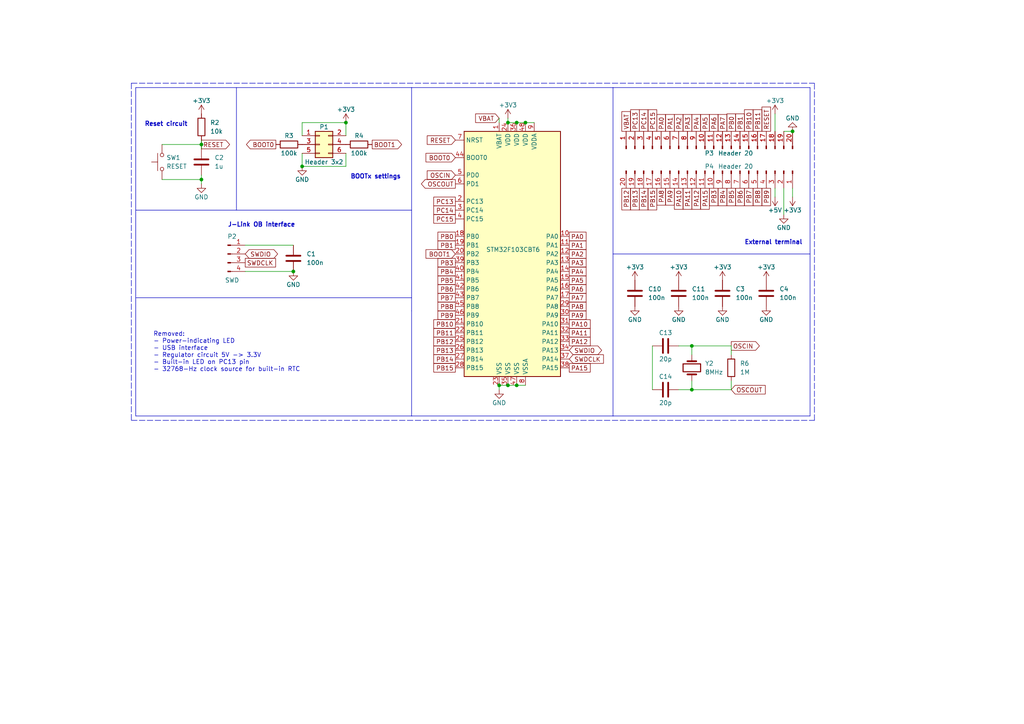
<source format=kicad_sch>
(kicad_sch (version 20211123) (generator eeschema)
  (paper "A4")
  (lib_symbols
    (symbol "Connector:Conn_01x04_Male" (pin_names (offset 1.016) hide)
      (property "Reference" "J" (at 0 5.08 0))
      (property "Value" "Conn_01x04_Male" (at 0 -7.62 0))
      (symbol "Conn_01x04_Male_1_1"
        (polyline (pts (xy 1.27 -5.08) (xy 0.8636 -5.08)) (stroke (width 0.1524)))
        (polyline (pts (xy 1.27 -2.54) (xy 0.8636 -2.54)) (stroke (width 0.1524)))
        (polyline (pts (xy 1.27 0) (xy 0.8636 0)) (stroke (width 0.1524)))
        (polyline (pts (xy 1.27 2.54) (xy 0.8636 2.54)) (stroke (width 0.1524)))
        (rectangle (start 0.8636 -4.953) (end 0 -5.207) (stroke (width 0.1524)) (fill (type outline)))
        (rectangle (start 0.8636 -2.413) (end 0 -2.667) (stroke (width 0.1524)) (fill (type outline)))
        (rectangle (start 0.8636 0.127) (end 0 -0.127) (stroke (width 0.1524)) (fill (type outline)))
        (rectangle (start 0.8636 2.667) (end 0 2.413) (stroke (width 0.1524)) (fill (type outline)))
        (pin passive line (at 5.08 2.54 180) (length 3.81) (name "Pin_1") (number "1"))
        (pin passive line (at 5.08 0 180) (length 3.81) (name "Pin_2") (number "2"))
        (pin passive line (at 5.08 -2.54 180) (length 3.81) (name "Pin_3") (number "3"))
        (pin passive line (at 5.08 -5.08 180) (length 3.81) (name "Pin_4") (number "4"))
      )
    )
    (symbol "Connector:Conn_01x20_Male" (pin_names (offset 1.016) hide)
      (property "Reference" "J" (at 0 25.4 0))
      (property "Value" "Conn_01x20_Male" (at 0 -27.94 0))
      (symbol "Conn_01x20_Male_1_1"
        (polyline (pts (xy 1.27 -25.4) (xy 0.8636 -25.4)) (stroke (width 0.1524)))
        (polyline (pts (xy 1.27 -22.86) (xy 0.8636 -22.86)) (stroke (width 0.1524)))
        (polyline (pts (xy 1.27 -20.32) (xy 0.8636 -20.32)) (stroke (width 0.1524)))
        (polyline (pts (xy 1.27 -17.78) (xy 0.8636 -17.78)) (stroke (width 0.1524)))
        (polyline (pts (xy 1.27 -15.24) (xy 0.8636 -15.24)) (stroke (width 0.1524)))
        (polyline (pts (xy 1.27 -12.7) (xy 0.8636 -12.7)) (stroke (width 0.1524)))
        (polyline (pts (xy 1.27 -10.16) (xy 0.8636 -10.16)) (stroke (width 0.1524)))
        (polyline (pts (xy 1.27 -7.62) (xy 0.8636 -7.62)) (stroke (width 0.1524)))
        (polyline (pts (xy 1.27 -5.08) (xy 0.8636 -5.08)) (stroke (width 0.1524)))
        (polyline (pts (xy 1.27 -2.54) (xy 0.8636 -2.54)) (stroke (width 0.1524)))
        (polyline (pts (xy 1.27 0) (xy 0.8636 0)) (stroke (width 0.1524)))
        (polyline (pts (xy 1.27 2.54) (xy 0.8636 2.54)) (stroke (width 0.1524)))
        (polyline (pts (xy 1.27 5.08) (xy 0.8636 5.08)) (stroke (width 0.1524)))
        (polyline (pts (xy 1.27 7.62) (xy 0.8636 7.62)) (stroke (width 0.1524)))
        (polyline (pts (xy 1.27 10.16) (xy 0.8636 10.16)) (stroke (width 0.1524)))
        (polyline (pts (xy 1.27 12.7) (xy 0.8636 12.7)) (stroke (width 0.1524)))
        (polyline (pts (xy 1.27 15.24) (xy 0.8636 15.24)) (stroke (width 0.1524)))
        (polyline (pts (xy 1.27 17.78) (xy 0.8636 17.78)) (stroke (width 0.1524)))
        (polyline (pts (xy 1.27 20.32) (xy 0.8636 20.32)) (stroke (width 0.1524)))
        (polyline (pts (xy 1.27 22.86) (xy 0.8636 22.86)) (stroke (width 0.1524)))
        (rectangle (start 0.8636 -25.273) (end 0 -25.527) (stroke (width 0.1524)) (fill (type outline)))
        (rectangle (start 0.8636 -22.733) (end 0 -22.987) (stroke (width 0.1524)) (fill (type outline)))
        (rectangle (start 0.8636 -20.193) (end 0 -20.447) (stroke (width 0.1524)) (fill (type outline)))
        (rectangle (start 0.8636 -17.653) (end 0 -17.907) (stroke (width 0.1524)) (fill (type outline)))
        (rectangle (start 0.8636 -15.113) (end 0 -15.367) (stroke (width 0.1524)) (fill (type outline)))
        (rectangle (start 0.8636 -12.573) (end 0 -12.827) (stroke (width 0.1524)) (fill (type outline)))
        (rectangle (start 0.8636 -10.033) (end 0 -10.287) (stroke (width 0.1524)) (fill (type outline)))
        (rectangle (start 0.8636 -7.493) (end 0 -7.747) (stroke (width 0.1524)) (fill (type outline)))
        (rectangle (start 0.8636 -4.953) (end 0 -5.207) (stroke (width 0.1524)) (fill (type outline)))
        (rectangle (start 0.8636 -2.413) (end 0 -2.667) (stroke (width 0.1524)) (fill (type outline)))
        (rectangle (start 0.8636 0.127) (end 0 -0.127) (stroke (width 0.1524)) (fill (type outline)))
        (rectangle (start 0.8636 2.667) (end 0 2.413) (stroke (width 0.1524)) (fill (type outline)))
        (rectangle (start 0.8636 5.207) (end 0 4.953) (stroke (width 0.1524)) (fill (type outline)))
        (rectangle (start 0.8636 7.747) (end 0 7.493) (stroke (width 0.1524)) (fill (type outline)))
        (rectangle (start 0.8636 10.287) (end 0 10.033) (stroke (width 0.1524)) (fill (type outline)))
        (rectangle (start 0.8636 12.827) (end 0 12.573) (stroke (width 0.1524)) (fill (type outline)))
        (rectangle (start 0.8636 15.367) (end 0 15.113) (stroke (width 0.1524)) (fill (type outline)))
        (rectangle (start 0.8636 17.907) (end 0 17.653) (stroke (width 0.1524)) (fill (type outline)))
        (rectangle (start 0.8636 20.447) (end 0 20.193) (stroke (width 0.1524)) (fill (type outline)))
        (rectangle (start 0.8636 22.987) (end 0 22.733) (stroke (width 0.1524)) (fill (type outline)))
        (pin passive line (at 5.08 22.86 180) (length 3.81) (name "Pin_1") (number "1"))
        (pin passive line (at 5.08 0 180) (length 3.81) (name "Pin_10") (number "10"))
        (pin passive line (at 5.08 -2.54 180) (length 3.81) (name "Pin_11") (number "11"))
        (pin passive line (at 5.08 -5.08 180) (length 3.81) (name "Pin_12") (number "12"))
        (pin passive line (at 5.08 -7.62 180) (length 3.81) (name "Pin_13") (number "13"))
        (pin passive line (at 5.08 -10.16 180) (length 3.81) (name "Pin_14") (number "14"))
        (pin passive line (at 5.08 -12.7 180) (length 3.81) (name "Pin_15") (number "15"))
        (pin passive line (at 5.08 -15.24 180) (length 3.81) (name "Pin_16") (number "16"))
        (pin passive line (at 5.08 -17.78 180) (length 3.81) (name "Pin_17") (number "17"))
        (pin passive line (at 5.08 -20.32 180) (length 3.81) (name "Pin_18") (number "18"))
        (pin passive line (at 5.08 -22.86 180) (length 3.81) (name "Pin_19") (number "19"))
        (pin passive line (at 5.08 20.32 180) (length 3.81) (name "Pin_2") (number "2"))
        (pin passive line (at 5.08 -25.4 180) (length 3.81) (name "Pin_20") (number "20"))
        (pin passive line (at 5.08 17.78 180) (length 3.81) (name "Pin_3") (number "3"))
        (pin passive line (at 5.08 15.24 180) (length 3.81) (name "Pin_4") (number "4"))
        (pin passive line (at 5.08 12.7 180) (length 3.81) (name "Pin_5") (number "5"))
        (pin passive line (at 5.08 10.16 180) (length 3.81) (name "Pin_6") (number "6"))
        (pin passive line (at 5.08 7.62 180) (length 3.81) (name "Pin_7") (number "7"))
        (pin passive line (at 5.08 5.08 180) (length 3.81) (name "Pin_8") (number "8"))
        (pin passive line (at 5.08 2.54 180) (length 3.81) (name "Pin_9") (number "9"))
      )
    )
    (symbol "Connector_Generic:Conn_02x03_Odd_Even" (pin_names (offset 1.016) hide)
      (property "Reference" "J" (at 1.27 5.08 0))
      (property "Value" "Conn_02x03_Odd_Even" (at 1.27 -5.08 0))
      (symbol "Conn_02x03_Odd_Even_1_1"
        (rectangle (start -1.27 -2.413) (end 0 -2.667) (stroke (width 0.1524)))
        (rectangle (start -1.27 0.127) (end 0 -0.127) (stroke (width 0.1524)))
        (rectangle (start -1.27 2.667) (end 0 2.413) (stroke (width 0.1524)))
        (rectangle (start -1.27 3.81) (end 3.81 -3.81) (stroke (width 0.254)) (fill (type background)))
        (rectangle (start 3.81 -2.413) (end 2.54 -2.667) (stroke (width 0.1524)))
        (rectangle (start 3.81 0.127) (end 2.54 -0.127) (stroke (width 0.1524)))
        (rectangle (start 3.81 2.667) (end 2.54 2.413) (stroke (width 0.1524)))
        (pin passive line (at -5.08 2.54 0) (length 3.81) (name "Pin_1") (number "1"))
        (pin passive line (at 7.62 2.54 180) (length 3.81) (name "Pin_2") (number "2"))
        (pin passive line (at -5.08 0 0) (length 3.81) (name "Pin_3") (number "3"))
        (pin passive line (at 7.62 0 180) (length 3.81) (name "Pin_4") (number "4"))
        (pin passive line (at -5.08 -2.54 0) (length 3.81) (name "Pin_5") (number "5"))
        (pin passive line (at 7.62 -2.54 180) (length 3.81) (name "Pin_6") (number "6"))
      )
    )
    (symbol "Device:C" (pin_numbers hide) (pin_names (offset 0.254))
      (property "Reference" "C" (at 0.635 2.54 0))
      (property "Value" "C" (at 0.635 -2.54 0))
      (symbol "C_0_1"
        (polyline (pts (xy -2.032 -0.762) (xy 2.032 -0.762)) (stroke (width 0.508)))
        (polyline (pts (xy -2.032 0.762) (xy 2.032 0.762)) (stroke (width 0.508)))
      )
      (symbol "C_1_1"
        (pin passive line (at 0 3.81 270) (length 2.794) (name "~") (number "1"))
        (pin passive line (at 0 -3.81 90) (length 2.794) (name "~") (number "2"))
      )
    )
    (symbol "Device:Crystal" (pin_numbers hide) (pin_names (offset 1.016) hide)
      (property "Reference" "Y" (at 0 3.81 0))
      (property "Value" "Crystal" (at 0 -3.81 0))
      (symbol "Crystal_0_1"
        (rectangle (start -1.143 2.54) (end 1.143 -2.54) (stroke (width 0.3048)))
        (polyline (pts (xy -2.54 0) (xy -1.905 0)))
        (polyline (pts (xy -1.905 -1.27) (xy -1.905 1.27)) (stroke (width 0.508)))
        (polyline (pts (xy 1.905 -1.27) (xy 1.905 1.27)) (stroke (width 0.508)))
        (polyline (pts (xy 2.54 0) (xy 1.905 0)))
      )
      (symbol "Crystal_1_1"
        (pin passive line (at -3.81 0 0) (length 1.27) (name "1") (number "1"))
        (pin passive line (at 3.81 0 180) (length 1.27) (name "2") (number "2"))
      )
    )
    (symbol "Device:R" (pin_numbers hide) (pin_names (offset 0))
      (property "Reference" "R" (at 2.032 0 90))
      (property "Value" "R" (at 0 0 90))
      (symbol "R_0_1"
        (rectangle (start -1.016 -2.54) (end 1.016 2.54) (stroke (width 0.254)))
      )
      (symbol "R_1_1"
        (pin passive line (at 0 3.81 270) (length 1.27) (name "~") (number "1"))
        (pin passive line (at 0 -3.81 90) (length 1.27) (name "~") (number "2"))
      )
    )
    (symbol "MCU_ST_STM32F1:STM32F103CBTx"
      (property "Reference" "U" (at -15.24 36.83 0))
      (property "Value" "STM32F103CBTx" (at 7.62 36.83 0))
      (symbol "STM32F103CBTx_0_1"
        (rectangle (start -15.24 -35.56) (end 12.7 35.56) (stroke (width 0.254)) (fill (type background)))
      )
      (symbol "STM32F103CBTx_1_1"
        (pin power_in line (at -5.08 38.1 270) (length 2.54) (name "VBAT") (number "1"))
        (pin bidirectional line (at 15.24 5.08 180) (length 2.54) (name "PA0") (number "10"))
        (pin bidirectional line (at 15.24 2.54 180) (length 2.54) (name "PA1") (number "11"))
        (pin bidirectional line (at 15.24 0 180) (length 2.54) (name "PA2") (number "12"))
        (pin bidirectional line (at 15.24 -2.54 180) (length 2.54) (name "PA3") (number "13"))
        (pin bidirectional line (at 15.24 -5.08 180) (length 2.54) (name "PA4") (number "14"))
        (pin bidirectional line (at 15.24 -7.62 180) (length 2.54) (name "PA5") (number "15"))
        (pin bidirectional line (at 15.24 -10.16 180) (length 2.54) (name "PA6") (number "16"))
        (pin bidirectional line (at 15.24 -12.7 180) (length 2.54) (name "PA7") (number "17"))
        (pin bidirectional line (at -17.78 5.08 0) (length 2.54) (name "PB0") (number "18"))
        (pin bidirectional line (at -17.78 2.54 0) (length 2.54) (name "PB1") (number "19"))
        (pin bidirectional line (at -17.78 15.24 0) (length 2.54) (name "PC13") (number "2"))
        (pin bidirectional line (at -17.78 0 0) (length 2.54) (name "PB2") (number "20"))
        (pin bidirectional line (at -17.78 -20.32 0) (length 2.54) (name "PB10") (number "21"))
        (pin bidirectional line (at -17.78 -22.86 0) (length 2.54) (name "PB11") (number "22"))
        (pin power_in line (at -5.08 -38.1 90) (length 2.54) (name "VSS") (number "23"))
        (pin power_in line (at -2.54 38.1 270) (length 2.54) (name "VDD") (number "24"))
        (pin bidirectional line (at -17.78 -25.4 0) (length 2.54) (name "PB12") (number "25"))
        (pin bidirectional line (at -17.78 -27.94 0) (length 2.54) (name "PB13") (number "26"))
        (pin bidirectional line (at -17.78 -30.48 0) (length 2.54) (name "PB14") (number "27"))
        (pin bidirectional line (at -17.78 -33.02 0) (length 2.54) (name "PB15") (number "28"))
        (pin bidirectional line (at 15.24 -15.24 180) (length 2.54) (name "PA8") (number "29"))
        (pin bidirectional line (at -17.78 12.7 0) (length 2.54) (name "PC14") (number "3"))
        (pin bidirectional line (at 15.24 -17.78 180) (length 2.54) (name "PA9") (number "30"))
        (pin bidirectional line (at 15.24 -20.32 180) (length 2.54) (name "PA10") (number "31"))
        (pin bidirectional line (at 15.24 -22.86 180) (length 2.54) (name "PA11") (number "32"))
        (pin bidirectional line (at 15.24 -25.4 180) (length 2.54) (name "PA12") (number "33"))
        (pin bidirectional line (at 15.24 -27.94 180) (length 2.54) (name "PA13") (number "34"))
        (pin power_in line (at -2.54 -38.1 90) (length 2.54) (name "VSS") (number "35"))
        (pin power_in line (at 0 38.1 270) (length 2.54) (name "VDD") (number "36"))
        (pin bidirectional line (at 15.24 -30.48 180) (length 2.54) (name "PA14") (number "37"))
        (pin bidirectional line (at 15.24 -33.02 180) (length 2.54) (name "PA15") (number "38"))
        (pin bidirectional line (at -17.78 -2.54 0) (length 2.54) (name "PB3") (number "39"))
        (pin bidirectional line (at -17.78 10.16 0) (length 2.54) (name "PC15") (number "4"))
        (pin bidirectional line (at -17.78 -5.08 0) (length 2.54) (name "PB4") (number "40"))
        (pin bidirectional line (at -17.78 -7.62 0) (length 2.54) (name "PB5") (number "41"))
        (pin bidirectional line (at -17.78 -10.16 0) (length 2.54) (name "PB6") (number "42"))
        (pin bidirectional line (at -17.78 -12.7 0) (length 2.54) (name "PB7") (number "43"))
        (pin input line (at -17.78 27.94 0) (length 2.54) (name "BOOT0") (number "44"))
        (pin bidirectional line (at -17.78 -15.24 0) (length 2.54) (name "PB8") (number "45"))
        (pin bidirectional line (at -17.78 -17.78 0) (length 2.54) (name "PB9") (number "46"))
        (pin power_in line (at 0 -38.1 90) (length 2.54) (name "VSS") (number "47"))
        (pin power_in line (at 2.54 38.1 270) (length 2.54) (name "VDD") (number "48"))
        (pin input line (at -17.78 22.86 0) (length 2.54) (name "PD0") (number "5"))
        (pin input line (at -17.78 20.32 0) (length 2.54) (name "PD1") (number "6"))
        (pin input line (at -17.78 33.02 0) (length 2.54) (name "NRST") (number "7"))
        (pin power_in line (at 2.54 -38.1 90) (length 2.54) (name "VSSA") (number "8"))
        (pin power_in line (at 5.08 38.1 270) (length 2.54) (name "VDDA") (number "9"))
      )
    )
    (symbol "Switch:SW_Push" (pin_numbers hide) (pin_names (offset 1.016) hide)
      (property "Reference" "SW" (at 1.27 2.54 0))
      (property "Value" "SW_Push" (at 0 -1.524 0))
      (symbol "SW_Push_0_1"
        (circle (center -2.032 0) (radius 0.508))
        (polyline (pts (xy 0 1.27) (xy 0 3.048)))
        (polyline (pts (xy 2.54 1.27) (xy -2.54 1.27)))
        (circle (center 2.032 0) (radius 0.508))
        (pin passive line (at -5.08 0 0) (length 2.54) (name "1") (number "1"))
        (pin passive line (at 5.08 0 180) (length 2.54) (name "2") (number "2"))
      )
    )
    (symbol "power:+3.3V" (power) (pin_names (offset 0))
      (property "Value" "+3.3V" (at 0 3.556 0))
      (symbol "+3.3V_0_1"
        (polyline (pts (xy -0.762 1.27) (xy 0 2.54)))
        (polyline (pts (xy 0 0) (xy 0 2.54)))
        (polyline (pts (xy 0 2.54) (xy 0.762 1.27)))
      )
      (symbol "+3.3V_1_1"
        (pin power_in line (at 0 0 90) (length 0) hide (name "+3V3") (number "1"))
      )
    )
    (symbol "power:+5V" (power) (pin_names (offset 0))
      (property "Value" "+5V" (at 0 3.556 0))
      (symbol "+5V_0_1"
        (polyline (pts (xy -0.762 1.27) (xy 0 2.54)))
        (polyline (pts (xy 0 0) (xy 0 2.54)))
        (polyline (pts (xy 0 2.54) (xy 0.762 1.27)))
      )
      (symbol "+5V_1_1"
        (pin power_in line (at 0 0 90) (length 0) hide (name "+5V") (number "1"))
      )
    )
    (symbol "power:GND" (power) (pin_names (offset 0))
      (property "Value" "GND" (at 0 -3.81 0))
      (symbol "GND_0_1"
        (polyline (pts (xy 0 0) (xy 0 -1.27) (xy 1.27 -1.27) (xy 0 -2.54) (xy -1.27 -1.27) (xy 0 -1.27)))
      )
      (symbol "GND_1_1"
        (pin power_in line (at 0 0 270) (length 0) hide (name "GND") (number "1"))
      )
    )
  )
  (junction (at 147.32 35.56))
  (junction (at 58.42 52.07))
  (junction (at 149.86 35.56))
  (junction (at 144.78 111.76))
  (junction (at 152.4 35.56))
  (junction (at 149.86 111.76))
  (junction (at 100.33 35.56))
  (junction (at 87.63 48.26))
  (junction (at 147.32 111.76))
  (junction (at 200.66 113.03))
  (junction (at 85.09 78.74))
  (junction (at 200.66 100.33))
  (junction (at 229.87 38.1))
  (junction (at 58.42 41.91))
  (wire (pts (xy 147.32 34.29) (xy 147.32 35.56)))
  (wire (pts (xy 100.33 48.26) (xy 87.63 48.26)))
  (wire (pts (xy 147.32 111.76) (xy 149.86 111.76)))
  (polyline (pts (xy 119.38 120.65) (xy 119.38 90.17)) (stroke (width 0) (type solid)))
  (polyline (pts (xy 38.1 24.13) (xy 38.1 121.92)))
  (wire (pts (xy 229.87 38.1) (xy 227.33 38.1)))
  (polyline (pts (xy 39.37 25.4) (xy 39.37 60.96)) (stroke (width 0) (type solid)))
  (wire (pts (xy 196.85 113.03) (xy 200.66 113.03)))
  (wire (pts (xy 87.63 39.37) (xy 87.63 35.56)))
  (wire (pts (xy 46.99 52.07) (xy 58.42 52.07)))
  (wire (pts (xy 100.33 44.45) (xy 100.33 48.26)))
  (wire (pts (xy 196.85 100.33) (xy 200.66 100.33)))
  (wire (pts (xy 144.78 34.29) (xy 144.78 35.56)))
  (wire (pts (xy 100.33 35.56) (xy 100.33 39.37)))
  (wire (pts (xy 224.79 57.15) (xy 224.79 54.61)))
  (wire (pts (xy 87.63 35.56) (xy 100.33 35.56)))
  (wire (pts (xy 227.33 54.61) (xy 227.33 62.23)))
  (wire (pts (xy 46.99 41.91) (xy 58.42 41.91)))
  (polyline (pts (xy 68.58 25.4) (xy 68.58 60.96)) (stroke (width 0) (type solid)))
  (wire (pts (xy 71.12 71.12) (xy 85.09 71.12)))
  (wire (pts (xy 212.09 102.87) (xy 212.09 100.33)))
  (wire (pts (xy 200.66 100.33) (xy 200.66 102.87)))
  (polyline (pts (xy 177.8 25.4) (xy 177.8 120.65)) (stroke (width 0) (type solid)))
  (wire (pts (xy 149.86 35.56) (xy 152.4 35.56)))
  (wire (pts (xy 58.42 52.07) (xy 58.42 53.34)))
  (wire (pts (xy 58.42 41.91) (xy 58.42 43.18)))
  (wire (pts (xy 152.4 35.56) (xy 154.94 35.56)))
  (wire (pts (xy 200.66 113.03) (xy 200.66 110.49)))
  (wire (pts (xy 71.12 78.74) (xy 85.09 78.74)))
  (polyline (pts (xy 38.1 24.13) (xy 236.22 24.13)))
  (polyline (pts (xy 119.38 25.4) (xy 177.8 25.4)) (stroke (width 0) (type solid)))
  (polyline (pts (xy 177.8 120.65) (xy 234.95 120.65)) (stroke (width 0) (type solid)))
  (wire (pts (xy 229.87 57.15) (xy 229.87 54.61)))
  (polyline (pts (xy 119.38 60.96) (xy 39.37 60.96)) (stroke (width 0) (type solid)))
  (polyline (pts (xy 39.37 90.17) (xy 39.37 120.65)) (stroke (width 0) (type solid)))
  (polyline (pts (xy 234.95 120.65) (xy 234.95 25.4)) (stroke (width 0) (type solid)))
  (wire (pts (xy 212.09 113.03) (xy 200.66 113.03)))
  (wire (pts (xy 58.42 50.8) (xy 58.42 52.07)))
  (polyline (pts (xy 39.37 60.96) (xy 39.37 90.17)) (stroke (width 0) (type solid)))
  (wire (pts (xy 189.23 100.33) (xy 189.23 113.03)))
  (wire (pts (xy 144.78 111.76) (xy 147.32 111.76)))
  (wire (pts (xy 147.32 35.56) (xy 149.86 35.56)))
  (wire (pts (xy 212.09 100.33) (xy 200.66 100.33)))
  (polyline (pts (xy 39.37 86.36) (xy 119.38 86.36)) (stroke (width 0) (type solid)))
  (wire (pts (xy 144.78 111.76) (xy 144.78 113.03)))
  (polyline (pts (xy 39.37 25.4) (xy 119.38 25.4)) (stroke (width 0) (type solid)))
  (polyline (pts (xy 177.8 73.66) (xy 234.95 73.66)) (stroke (width 0) (type solid)))
  (polyline (pts (xy 119.38 90.17) (xy 119.38 60.96)) (stroke (width 0) (type solid)))
  (polyline (pts (xy 38.1 121.92) (xy 236.22 121.92)))
  (polyline (pts (xy 177.8 120.65) (xy 119.38 120.65)) (stroke (width 0) (type solid)))
  (wire (pts (xy 224.79 33.02) (xy 224.79 38.1)))
  (wire (pts (xy 212.09 110.49) (xy 212.09 113.03)))
  (polyline (pts (xy 119.38 25.4) (xy 119.38 60.96)) (stroke (width 0) (type solid)))
  (wire (pts (xy 58.42 41.91) (xy 58.42 40.64)))
  (wire (pts (xy 87.63 44.45) (xy 87.63 48.26)))
  (polyline (pts (xy 39.37 120.65) (xy 119.38 120.65)) (stroke (width 0) (type solid)))
  (polyline (pts (xy 236.22 121.92) (xy 236.22 24.13)))
  (wire (pts (xy 149.86 111.76) (xy 152.4 111.76)))
  (polyline (pts (xy 234.95 25.4) (xy 177.8 25.4)) (stroke (width 0) (type solid)))
  (text "BOOTx settings" (at 101.6 52.07 0) (effects (font (size 1.27 1.27) (thickness 0.254) bold) (justify left bottom)))
  (text "Reset circuit" (at 41.91 36.83 0) (effects (font (size 1.27 1.27) bold) (justify left bottom)))
  (text "External terminal" (at 215.9 71.12 0) (effects (font (size 1.27 1.27) bold) (justify left bottom)))
  (text "J-Link OB interface" (at 66.04 66.04 0) (effects (font (size 1.27 1.27) bold) (justify left bottom)))
  (text "Removed:\n- Power-indicating LED\n- USB interface\n- Regulator circuit 5V -> 3.3V\n- Built-in LED on PC13 pin\n- 32768-Hz clock source for built-in RTC\n" (at 44.45 107.95 0) (effects (font (size 1.27 1.27)) (justify left bottom)))
  (global_label "PA5" (shape passive) (at 204.47 38.1 90) (property "Intersheet References" "${INTERSHEET_REFS}" (effects hide)))
  (global_label "SWDIO" (shape bidirectional) (at 165.1 101.6 0) (property "Intersheet References" "${INTERSHEET_REFS}" (effects hide)))
  (global_label "PB15" (shape passive) (at 189.23 54.61 270) (property "Intersheet References" "${INTERSHEET_REFS}" (effects hide)))
  (global_label "PB10" (shape passive) (at 217.17 38.1 90) (property "Intersheet References" "${INTERSHEET_REFS}" (effects hide)))
  (global_label "VBAT" (shape input) (at 144.78 34.29 180) (property "Intersheet References" "${INTERSHEET_REFS}" (effects hide)))
  (global_label "PB12" (shape passive) (at 132.08 99.06 180) (property "Intersheet References" "${INTERSHEET_REFS}" (effects hide)))
  (global_label "OSCIN" (shape output) (at 212.09 100.33 0) (property "Intersheet References" "${INTERSHEET_REFS}" (effects hide)))
  (global_label "PA11" (shape passive) (at 165.1 96.52 0) (property "Intersheet References" "${INTERSHEET_REFS}" (effects hide)))
  (global_label "PA4" (shape passive) (at 201.93 38.1 90) (property "Intersheet References" "${INTERSHEET_REFS}" (effects hide)))
  (global_label "PA4" (shape passive) (at 165.1 78.74 0) (property "Intersheet References" "${INTERSHEET_REFS}" (effects hide)))
  (global_label "BOOT1" (shape output) (at 107.95 41.91 0) (property "Intersheet References" "${INTERSHEET_REFS}" (effects hide)))
  (global_label "PB12" (shape passive) (at 181.61 54.61 270) (property "Intersheet References" "${INTERSHEET_REFS}" (effects hide)))
  (global_label "PB5" (shape passive) (at 212.09 54.61 270) (property "Intersheet References" "${INTERSHEET_REFS}" (effects hide)))
  (global_label "PA9" (shape passive) (at 165.1 91.44 0) (property "Intersheet References" "${INTERSHEET_REFS}" (effects hide)))
  (global_label "PB11" (shape passive) (at 132.08 96.52 180) (property "Intersheet References" "${INTERSHEET_REFS}" (effects hide)))
  (global_label "BOOT1" (shape input) (at 132.08 73.66 180) (property "Intersheet References" "${INTERSHEET_REFS}" (effects hide)))
  (global_label "PC13" (shape passive) (at 184.15 38.1 90) (property "Intersheet References" "${INTERSHEET_REFS}" (effects hide)))
  (global_label "PB8" (shape passive) (at 132.08 88.9 180) (property "Intersheet References" "${INTERSHEET_REFS}" (effects hide)))
  (global_label "PB1" (shape passive) (at 214.63 38.1 90) (property "Intersheet References" "${INTERSHEET_REFS}" (effects hide)))
  (global_label "PB8" (shape passive) (at 219.71 54.61 270) (property "Intersheet References" "${INTERSHEET_REFS}" (effects hide)))
  (global_label "PB6" (shape passive) (at 214.63 54.61 270) (property "Intersheet References" "${INTERSHEET_REFS}" (effects hide)))
  (global_label "PA12" (shape passive) (at 201.93 54.61 270) (property "Intersheet References" "${INTERSHEET_REFS}" (effects hide)))
  (global_label "PA1" (shape passive) (at 165.1 71.12 0) (property "Intersheet References" "${INTERSHEET_REFS}" (effects hide)))
  (global_label "PB5" (shape passive) (at 132.08 81.28 180) (property "Intersheet References" "${INTERSHEET_REFS}" (effects hide)))
  (global_label "PA2" (shape passive) (at 196.85 38.1 90) (property "Intersheet References" "${INTERSHEET_REFS}" (effects hide)))
  (global_label "PA2" (shape passive) (at 165.1 73.66 0) (property "Intersheet References" "${INTERSHEET_REFS}" (effects hide)))
  (global_label "PA7" (shape passive) (at 209.55 38.1 90) (property "Intersheet References" "${INTERSHEET_REFS}" (effects hide)))
  (global_label "PA5" (shape passive) (at 165.1 81.28 0) (property "Intersheet References" "${INTERSHEET_REFS}" (effects hide)))
  (global_label "PA8" (shape passive) (at 191.77 54.61 270) (property "Intersheet References" "${INTERSHEET_REFS}" (effects hide)))
  (global_label "PB7" (shape passive) (at 217.17 54.61 270) (property "Intersheet References" "${INTERSHEET_REFS}" (effects hide)))
  (global_label "PB11" (shape passive) (at 219.71 38.1 90) (property "Intersheet References" "${INTERSHEET_REFS}" (effects hide)))
  (global_label "PB14" (shape passive) (at 186.69 54.61 270) (property "Intersheet References" "${INTERSHEET_REFS}" (effects hide)))
  (global_label "PC14" (shape passive) (at 132.08 60.96 180) (property "Intersheet References" "${INTERSHEET_REFS}" (effects hide)))
  (global_label "PA15" (shape passive) (at 204.47 54.61 270) (property "Intersheet References" "${INTERSHEET_REFS}" (effects hide)))
  (global_label "SWDCLK" (shape input) (at 165.1 104.14 0) (property "Intersheet References" "${INTERSHEET_REFS}" (effects hide)))
  (global_label "PB4" (shape passive) (at 209.55 54.61 270) (property "Intersheet References" "${INTERSHEET_REFS}" (effects hide)))
  (global_label "PA1" (shape passive) (at 194.31 38.1 90) (property "Intersheet References" "${INTERSHEET_REFS}" (effects hide)))
  (global_label "PA10" (shape passive) (at 196.85 54.61 270) (property "Intersheet References" "${INTERSHEET_REFS}" (effects hide)))
  (global_label "OSCOUT" (shape input) (at 212.09 113.03 0) (property "Intersheet References" "${INTERSHEET_REFS}" (effects hide)))
  (global_label "PA0" (shape passive) (at 165.1 68.58 0) (property "Intersheet References" "${INTERSHEET_REFS}" (effects hide)))
  (global_label "PB7" (shape passive) (at 132.08 86.36 180) (property "Intersheet References" "${INTERSHEET_REFS}" (effects hide)))
  (global_label "BOOT0" (shape input) (at 132.08 45.72 180) (property "Intersheet References" "${INTERSHEET_REFS}" (effects hide)))
  (global_label "PB10" (shape passive) (at 132.08 93.98 180) (property "Intersheet References" "${INTERSHEET_REFS}" (effects hide)))
  (global_label "PA6" (shape passive) (at 165.1 83.82 0) (property "Intersheet References" "${INTERSHEET_REFS}" (effects hide)))
  (global_label "PB9" (shape passive) (at 132.08 91.44 180) (property "Intersheet References" "${INTERSHEET_REFS}" (effects hide)))
  (global_label "PA3" (shape passive) (at 199.39 38.1 90) (property "Intersheet References" "${INTERSHEET_REFS}" (effects hide)))
  (global_label "PC14" (shape passive) (at 186.69 38.1 90) (property "Intersheet References" "${INTERSHEET_REFS}" (effects hide)))
  (global_label "RESET" (shape output) (at 58.42 41.91 0) (property "Intersheet References" "${INTERSHEET_REFS}" (effects hide)))
  (global_label "BOOT0" (shape output) (at 80.01 41.91 180) (property "Intersheet References" "${INTERSHEET_REFS}" (effects hide)))
  (global_label "PC15" (shape passive) (at 189.23 38.1 90) (property "Intersheet References" "${INTERSHEET_REFS}" (effects hide)))
  (global_label "PA8" (shape passive) (at 165.1 88.9 0) (property "Intersheet References" "${INTERSHEET_REFS}" (effects hide)))
  (global_label "PB13" (shape passive) (at 132.08 101.6 180) (property "Intersheet References" "${INTERSHEET_REFS}" (effects hide)))
  (global_label "PA7" (shape passive) (at 165.1 86.36 0) (property "Intersheet References" "${INTERSHEET_REFS}" (effects hide)))
  (global_label "PA15" (shape passive) (at 165.1 106.68 0) (property "Intersheet References" "${INTERSHEET_REFS}" (effects hide)))
  (global_label "PB0" (shape passive) (at 212.09 38.1 90) (property "Intersheet References" "${INTERSHEET_REFS}" (effects hide)))
  (global_label "PA0" (shape passive) (at 191.77 38.1 90) (property "Intersheet References" "${INTERSHEET_REFS}" (effects hide)))
  (global_label "PB13" (shape passive) (at 184.15 54.61 270) (property "Intersheet References" "${INTERSHEET_REFS}" (effects hide)))
  (global_label "RESET" (shape passive) (at 222.25 38.1 90) (property "Intersheet References" "${INTERSHEET_REFS}" (effects hide)))
  (global_label "PA3" (shape passive) (at 165.1 76.2 0) (property "Intersheet References" "${INTERSHEET_REFS}" (effects hide)))
  (global_label "PB9" (shape passive) (at 222.25 54.61 270) (property "Intersheet References" "${INTERSHEET_REFS}" (effects hide)))
  (global_label "VBAT" (shape passive) (at 181.61 38.1 90) (property "Intersheet References" "${INTERSHEET_REFS}" (effects hide)))
  (global_label "PA10" (shape passive) (at 165.1 93.98 0) (property "Intersheet References" "${INTERSHEET_REFS}" (effects hide)))
  (global_label "OSCIN" (shape input) (at 132.08 50.8 180) (property "Intersheet References" "${INTERSHEET_REFS}" (effects hide)))
  (global_label "SWDCLK" (shape passive) (at 71.12 76.2 0) (property "Intersheet References" "${INTERSHEET_REFS}" (effects hide)))
  (global_label "PC13" (shape passive) (at 132.08 58.42 180) (property "Intersheet References" "${INTERSHEET_REFS}" (effects hide)))
  (global_label "PB4" (shape passive) (at 132.08 78.74 180) (property "Intersheet References" "${INTERSHEET_REFS}" (effects hide)))
  (global_label "PA12" (shape passive) (at 165.1 99.06 0) (property "Intersheet References" "${INTERSHEET_REFS}" (effects hide)))
  (global_label "PB1" (shape passive) (at 132.08 71.12 180) (property "Intersheet References" "${INTERSHEET_REFS}" (effects hide)))
  (global_label "PB3" (shape passive) (at 207.01 54.61 270) (property "Intersheet References" "${INTERSHEET_REFS}" (effects hide)))
  (global_label "PB0" (shape passive) (at 132.08 68.58 180) (property "Intersheet References" "${INTERSHEET_REFS}" (effects hide)))
  (global_label "OSCOUT" (shape output) (at 132.08 53.34 180) (property "Intersheet References" "${INTERSHEET_REFS}" (effects hide)))
  (global_label "SWDIO" (shape bidirectional) (at 71.12 73.66 0) (property "Intersheet References" "${INTERSHEET_REFS}" (effects hide)))
  (global_label "PB6" (shape passive) (at 132.08 83.82 180) (property "Intersheet References" "${INTERSHEET_REFS}" (effects hide)))
  (global_label "PB3" (shape passive) (at 132.08 76.2 180) (property "Intersheet References" "${INTERSHEET_REFS}" (effects hide)))
  (global_label "PA6" (shape passive) (at 207.01 38.1 90) (property "Intersheet References" "${INTERSHEET_REFS}" (effects hide)))
  (global_label "RESET" (shape input) (at 132.08 40.64 180) (property "Intersheet References" "${INTERSHEET_REFS}" (effects hide)))
  (global_label "PC15" (shape passive) (at 132.08 63.5 180) (property "Intersheet References" "${INTERSHEET_REFS}" (effects hide)))
  (global_label "PB15" (shape passive) (at 132.08 106.68 180) (property "Intersheet References" "${INTERSHEET_REFS}" (effects hide)))
  (global_label "PA11" (shape passive) (at 199.39 54.61 270) (property "Intersheet References" "${INTERSHEET_REFS}" (effects hide)))
  (global_label "PA9" (shape passive) (at 194.31 54.61 270) (property "Intersheet References" "${INTERSHEET_REFS}" (effects hide)))
  (global_label "PB14" (shape passive) (at 132.08 104.14 180) (property "Intersheet References" "${INTERSHEET_REFS}" (effects hide)))
  (symbol (lib_id "Connector:Conn_01x20_Male") (at 207.01 49.53 270) (unit 1)
    (property "Reference" "P4" (at 205.74 48.26 90))
    (property "Value" "Header 20" (at 213.36 48.26 90))
  )
  (symbol (lib_id "power:GND") (at 87.63 48.26 0) (unit 1)
    (property "Reference" "#PWR?" (effects hide))
    (property "Value" "GND" (at 87.63 52.07 0))
  )
  (symbol (lib_id "power:+5V") (at 224.79 57.15 180) (unit 1)
    (property "Reference" "#PWR?" (effects hide))
    (property "Value" "+5V" (at 224.79 60.96 0))
  )
  (symbol (lib_id "Device:Crystal") (at 200.66 106.68 90) (unit 1)
    (property "Reference" "Y2" (at 204.47 105.4099 90) (effects (justify right)))
    (property "Value" "8MHz" (at 204.47 107.9499 90) (effects (justify right)))
  )
  (symbol (lib_id "Device:C") (at 193.04 113.03 90) (unit 1)
    (property "Reference" "C14" (at 193.04 109.22 90))
    (property "Value" "20p" (at 193.04 116.84 90))
  )
  (symbol (lib_id "Device:C") (at 184.15 85.09 0) (unit 1)
    (property "Reference" "C10" (at 187.96 83.8199 0) (effects (justify left)))
    (property "Value" "100n" (at 187.96 86.3599 0) (effects (justify left)))
  )
  (symbol (lib_id "power:GND") (at 196.85 88.9 0) (unit 1)
    (property "Reference" "#PWR?" (effects hide))
    (property "Value" "GND" (at 196.85 92.71 0))
  )
  (symbol (lib_id "Device:C") (at 85.09 74.93 0) (unit 1)
    (property "Reference" "C1" (at 88.9 73.6599 0) (effects (justify left)))
    (property "Value" "100n" (at 88.9 76.1999 0) (effects (justify left)))
  )
  (symbol (lib_id "power:GND") (at 227.33 62.23 0) (unit 1)
    (property "Reference" "#PWR?" (effects hide))
    (property "Value" "GND" (at 227.33 66.04 0))
  )
  (symbol (lib_id "Device:R") (at 104.14 41.91 90) (unit 1)
    (property "Reference" "R4" (at 104.14 39.37 90))
    (property "Value" "100k" (at 104.14 44.45 90))
  )
  (symbol (lib_id "Connector:Conn_01x04_Male") (at 66.04 73.66 0) (unit 1)
    (property "Reference" "P2" (at 67.31 68.58 0))
    (property "Value" "SWD" (at 67.31 81.28 0))
  )
  (symbol (lib_id "Device:C") (at 196.85 85.09 0) (unit 1)
    (property "Reference" "C11" (at 200.66 83.8199 0) (effects (justify left)))
    (property "Value" "100n" (at 200.66 86.3599 0) (effects (justify left)))
  )
  (symbol (lib_id "power:GND") (at 209.55 88.9 0) (unit 1)
    (property "Reference" "#PWR?" (effects hide))
    (property "Value" "GND" (at 209.55 92.71 0))
  )
  (symbol (lib_id "Connector:Conn_01x20_Male") (at 204.47 43.18 90) (unit 1)
    (property "Reference" "P3" (at 205.74 44.45 90))
    (property "Value" "Header 20" (at 213.36 44.45 90))
  )
  (symbol (lib_id "power:GND") (at 144.78 113.03 0) (unit 1)
    (property "Reference" "#PWR?" (effects hide))
    (property "Value" "GND" (at 144.78 116.84 0))
  )
  (symbol (lib_id "power:+3.3V") (at 58.42 33.02 0) (unit 1)
    (property "Reference" "#PWR?" (effects hide))
    (property "Value" "+3.3V" (at 58.42 29.21 0))
  )
  (symbol (lib_id "power:+3.3V") (at 147.32 34.29 0) (unit 1)
    (property "Reference" "#PWR?" (effects hide))
    (property "Value" "+3.3V" (at 147.32 30.48 0))
  )
  (symbol (lib_id "Device:R") (at 83.82 41.91 90) (unit 1)
    (property "Reference" "R3" (at 83.82 39.37 90))
    (property "Value" "100k" (at 83.82 44.45 90))
  )
  (symbol (lib_id "Device:R") (at 58.42 36.83 0) (unit 1)
    (property "Reference" "R2" (at 60.96 35.5599 0) (effects (justify left)))
    (property "Value" "10k" (at 60.96 38.0999 0) (effects (justify left)))
  )
  (symbol (lib_id "Device:C") (at 209.55 85.09 0) (unit 1)
    (property "Reference" "C3" (at 213.36 83.8199 0) (effects (justify left)))
    (property "Value" "100n" (at 213.36 86.3599 0) (effects (justify left)))
  )
  (symbol (lib_id "Device:C") (at 58.42 46.99 0) (unit 1)
    (property "Reference" "C2" (at 62.23 45.7199 0) (effects (justify left)))
    (property "Value" "1u" (at 62.23 48.2599 0) (effects (justify left)))
  )
  (symbol (lib_id "power:+3.3V") (at 224.79 33.02 0) (unit 1)
    (property "Reference" "#PWR?" (effects hide))
    (property "Value" "+3.3V" (at 224.79 29.21 0))
  )
  (symbol (lib_id "power:GND") (at 184.15 88.9 0) (unit 1)
    (property "Reference" "#PWR?" (effects hide))
    (property "Value" "GND" (at 184.15 92.71 0))
  )
  (symbol (lib_id "Connector_Generic:Conn_02x03_Odd_Even") (at 92.71 41.91 0) (unit 1)
    (property "Reference" "P1" (at 93.98 36.83 0))
    (property "Value" "Header 3x2" (at 93.98 46.99 0))
  )
  (symbol (lib_id "Device:C") (at 193.04 100.33 90) (unit 1)
    (property "Reference" "C13" (at 193.04 96.52 90))
    (property "Value" "20p" (at 193.04 104.14 90))
  )
  (symbol (lib_id "Switch:SW_Push") (at 46.99 46.99 90) (unit 1)
    (property "Reference" "SW1" (at 48.26 45.7199 90) (effects (justify right)))
    (property "Value" "RESET" (at 48.26 48.2599 90) (effects (justify right)))
  )
  (symbol (lib_id "power:+3.3V") (at 100.33 35.56 0) (unit 1)
    (property "Reference" "#PWR?" (effects hide))
    (property "Value" "+3.3V" (at 100.33 31.75 0))
  )
  (symbol (lib_id "power:GND") (at 222.25 88.9 0) (unit 1)
    (property "Reference" "#PWR?" (effects hide))
    (property "Value" "GND" (at 222.25 92.71 0))
  )
  (symbol (lib_id "Device:R") (at 212.09 106.68 0) (unit 1)
    (property "Reference" "R6" (at 214.63 105.4099 0) (effects (justify left)))
    (property "Value" "1M" (at 214.63 107.9499 0) (effects (justify left)))
  )
  (symbol (lib_id "power:+3.3V") (at 184.15 81.28 0) (unit 1)
    (property "Reference" "#PWR?" (effects hide))
    (property "Value" "+3.3V" (at 184.15 77.47 0))
  )
  (symbol (lib_id "power:GND") (at 58.42 53.34 0) (unit 1)
    (property "Reference" "#PWR?" (effects hide))
    (property "Value" "GND" (at 58.42 57.15 0))
  )
  (symbol (lib_id "power:GND") (at 229.87 38.1 180) (unit 1)
    (property "Reference" "#PWR?" (effects hide))
    (property "Value" "GND" (at 229.87 34.29 0))
  )
  (symbol (lib_id "power:+3.3V") (at 209.55 81.28 0) (unit 1)
    (property "Reference" "#PWR?" (effects hide))
    (property "Value" "+3.3V" (at 209.55 77.47 0))
  )
  (symbol (lib_id "Device:C") (at 222.25 85.09 0) (unit 1)
    (property "Reference" "C4" (at 226.06 83.8199 0) (effects (justify left)))
    (property "Value" "100n" (at 226.06 86.3599 0) (effects (justify left)))
  )
  (symbol (lib_id "power:+3.3V") (at 196.85 81.28 0) (unit 1)
    (property "Reference" "#PWR?" (effects hide))
    (property "Value" "+3.3V" (at 196.85 77.47 0))
  )
  (symbol (lib_id "power:+3.3V") (at 222.25 81.28 0) (unit 1)
    (property "Reference" "#PWR?" (effects hide))
    (property "Value" "+3.3V" (at 222.25 77.47 0))
  )
  (symbol (lib_id "MCU_ST_STM32F1:STM32F103CBTx") (at 149.86 73.66 0) (unit 1)
    (property "Reference" "U?" (effects hide))
    (property "Value" "STM32F103CBT6" (at 140.97 72.39 0) (effects (justify left)))
    (property "Footprint" "Package_QFP:LQFP-48_7x7mm_P0.5mm" (effects hide))
    (property "Datasheet" "http://www.st.com/st-web-ui/static/active/en/resource/technical/document/datasheet/CD00161566.pdf" (effects hide))
  )
  (symbol (lib_id "power:GND") (at 85.09 78.74 0) (unit 1)
    (property "Reference" "#PWR?" (effects hide))
    (property "Value" "GND" (at 85.09 82.55 0))
  )
  (symbol (lib_id "power:+3.3V") (at 229.87 57.15 180) (unit 1)
    (property "Reference" "#PWR?" (effects hide))
    (property "Value" "+3.3V" (at 229.87 60.96 0))
  )
)
</source>
